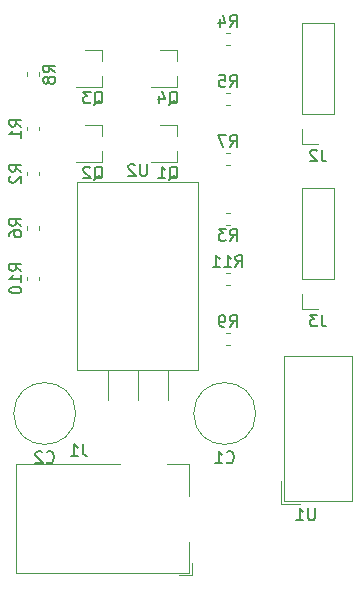
<source format=gbr>
G04 #@! TF.GenerationSoftware,KiCad,Pcbnew,5.1.3-ffb9f22~84~ubuntu16.04.1*
G04 #@! TF.CreationDate,2019-07-29T14:43:33+10:00*
G04 #@! TF.ProjectId,tankmon-pcb,74616e6b-6d6f-46e2-9d70-63622e6b6963,1a*
G04 #@! TF.SameCoordinates,Original*
G04 #@! TF.FileFunction,Legend,Bot*
G04 #@! TF.FilePolarity,Positive*
%FSLAX46Y46*%
G04 Gerber Fmt 4.6, Leading zero omitted, Abs format (unit mm)*
G04 Created by KiCad (PCBNEW 5.1.3-ffb9f22~84~ubuntu16.04.1) date 2019-07-29 14:43:33*
%MOMM*%
%LPD*%
G04 APERTURE LIST*
%ADD10C,0.120000*%
%ADD11C,0.150000*%
G04 APERTURE END LIST*
D10*
X142494000Y-107054000D02*
X142494000Y-109594000D01*
X145034000Y-107054000D02*
X145034000Y-109594000D01*
X147574000Y-107054000D02*
X147574000Y-109594000D01*
X139914000Y-91164000D02*
X139914000Y-107054000D01*
X150154000Y-91164000D02*
X150154000Y-107054000D01*
X150154000Y-91164000D02*
X139914000Y-91164000D01*
X150154000Y-107054000D02*
X139914000Y-107054000D01*
X157114000Y-118424000D02*
X158724000Y-118424000D01*
X157114000Y-118424000D02*
X157114000Y-116424000D01*
X157394000Y-105884000D02*
X157394000Y-118134000D01*
X163154000Y-105884000D02*
X157394000Y-105884000D01*
X163154000Y-118144000D02*
X163154000Y-105884000D01*
X157404000Y-118144000D02*
X163144000Y-118144000D01*
X152816779Y-99824000D02*
X152491221Y-99824000D01*
X152816779Y-98804000D02*
X152491221Y-98804000D01*
X136654000Y-99151221D02*
X136654000Y-99476779D01*
X135634000Y-99151221D02*
X135634000Y-99476779D01*
X152816779Y-104904000D02*
X152491221Y-104904000D01*
X152816779Y-103884000D02*
X152491221Y-103884000D01*
X135634000Y-82179279D02*
X135634000Y-81853721D01*
X136654000Y-82179279D02*
X136654000Y-81853721D01*
X152816779Y-89664000D02*
X152491221Y-89664000D01*
X152816779Y-88644000D02*
X152491221Y-88644000D01*
X136654000Y-94858721D02*
X136654000Y-95184279D01*
X135634000Y-94858721D02*
X135634000Y-95184279D01*
X152816779Y-84584000D02*
X152491221Y-84584000D01*
X152816779Y-83564000D02*
X152491221Y-83564000D01*
X152816779Y-79504000D02*
X152491221Y-79504000D01*
X152816779Y-78484000D02*
X152491221Y-78484000D01*
X152491221Y-93724000D02*
X152816779Y-93724000D01*
X152491221Y-94744000D02*
X152816779Y-94744000D01*
X136654000Y-90261221D02*
X136654000Y-90586779D01*
X135634000Y-90261221D02*
X135634000Y-90586779D01*
X136654000Y-86451221D02*
X136654000Y-86776779D01*
X135634000Y-86451221D02*
X135634000Y-86776779D01*
X148334000Y-79954000D02*
X146874000Y-79954000D01*
X148334000Y-83114000D02*
X146174000Y-83114000D01*
X148334000Y-83114000D02*
X148334000Y-82184000D01*
X148334000Y-79954000D02*
X148334000Y-80884000D01*
X141984000Y-79954000D02*
X140524000Y-79954000D01*
X141984000Y-83114000D02*
X139824000Y-83114000D01*
X141984000Y-83114000D02*
X141984000Y-82184000D01*
X141984000Y-79954000D02*
X141984000Y-80884000D01*
X141984000Y-86304000D02*
X140524000Y-86304000D01*
X141984000Y-89464000D02*
X139824000Y-89464000D01*
X141984000Y-89464000D02*
X141984000Y-88534000D01*
X141984000Y-86304000D02*
X141984000Y-87234000D01*
X148334000Y-86304000D02*
X146874000Y-86304000D01*
X148334000Y-89464000D02*
X146174000Y-89464000D01*
X148334000Y-89464000D02*
X148334000Y-88534000D01*
X148334000Y-86304000D02*
X148334000Y-87234000D01*
X158944000Y-101914000D02*
X160274000Y-101914000D01*
X158944000Y-100584000D02*
X158944000Y-101914000D01*
X158944000Y-99314000D02*
X161604000Y-99314000D01*
X161604000Y-99314000D02*
X161604000Y-91634000D01*
X158944000Y-99314000D02*
X158944000Y-91634000D01*
X158944000Y-91634000D02*
X161604000Y-91634000D01*
X158944000Y-87944000D02*
X160274000Y-87944000D01*
X158944000Y-86614000D02*
X158944000Y-87944000D01*
X158944000Y-85344000D02*
X161604000Y-85344000D01*
X161604000Y-85344000D02*
X161604000Y-77664000D01*
X158944000Y-85344000D02*
X158944000Y-77664000D01*
X158944000Y-77664000D02*
X161604000Y-77664000D01*
X149394000Y-124234000D02*
X149394000Y-121634000D01*
X134694000Y-124234000D02*
X149394000Y-124234000D01*
X149394000Y-115034000D02*
X147494000Y-115034000D01*
X149394000Y-117734000D02*
X149394000Y-115034000D01*
X134694000Y-115034000D02*
X134694000Y-124234000D01*
X143494000Y-115034000D02*
X134694000Y-115034000D01*
X148544000Y-124434000D02*
X149594000Y-124434000D01*
X149594000Y-123384000D02*
X149594000Y-124434000D01*
X139764000Y-110744000D02*
G75*
G03X139764000Y-110744000I-2620000J0D01*
G01*
X155004000Y-110744000D02*
G75*
G03X155004000Y-110744000I-2620000J0D01*
G01*
D11*
X145795904Y-89616380D02*
X145795904Y-90425904D01*
X145748285Y-90521142D01*
X145700666Y-90568761D01*
X145605428Y-90616380D01*
X145414952Y-90616380D01*
X145319714Y-90568761D01*
X145272095Y-90521142D01*
X145224476Y-90425904D01*
X145224476Y-89616380D01*
X144795904Y-89711619D02*
X144748285Y-89664000D01*
X144653047Y-89616380D01*
X144414952Y-89616380D01*
X144319714Y-89664000D01*
X144272095Y-89711619D01*
X144224476Y-89806857D01*
X144224476Y-89902095D01*
X144272095Y-90044952D01*
X144843523Y-90616380D01*
X144224476Y-90616380D01*
X160035904Y-118776380D02*
X160035904Y-119585904D01*
X159988285Y-119681142D01*
X159940666Y-119728761D01*
X159845428Y-119776380D01*
X159654952Y-119776380D01*
X159559714Y-119728761D01*
X159512095Y-119681142D01*
X159464476Y-119585904D01*
X159464476Y-118776380D01*
X158464476Y-119776380D02*
X159035904Y-119776380D01*
X158750190Y-119776380D02*
X158750190Y-118776380D01*
X158845428Y-118919238D01*
X158940666Y-119014476D01*
X159035904Y-119062095D01*
X153296857Y-98336380D02*
X153630190Y-97860190D01*
X153868285Y-98336380D02*
X153868285Y-97336380D01*
X153487333Y-97336380D01*
X153392095Y-97384000D01*
X153344476Y-97431619D01*
X153296857Y-97526857D01*
X153296857Y-97669714D01*
X153344476Y-97764952D01*
X153392095Y-97812571D01*
X153487333Y-97860190D01*
X153868285Y-97860190D01*
X152344476Y-98336380D02*
X152915904Y-98336380D01*
X152630190Y-98336380D02*
X152630190Y-97336380D01*
X152725428Y-97479238D01*
X152820666Y-97574476D01*
X152915904Y-97622095D01*
X151392095Y-98336380D02*
X151963523Y-98336380D01*
X151677809Y-98336380D02*
X151677809Y-97336380D01*
X151773047Y-97479238D01*
X151868285Y-97574476D01*
X151963523Y-97622095D01*
X135166380Y-98671142D02*
X134690190Y-98337809D01*
X135166380Y-98099714D02*
X134166380Y-98099714D01*
X134166380Y-98480666D01*
X134214000Y-98575904D01*
X134261619Y-98623523D01*
X134356857Y-98671142D01*
X134499714Y-98671142D01*
X134594952Y-98623523D01*
X134642571Y-98575904D01*
X134690190Y-98480666D01*
X134690190Y-98099714D01*
X135166380Y-99623523D02*
X135166380Y-99052095D01*
X135166380Y-99337809D02*
X134166380Y-99337809D01*
X134309238Y-99242571D01*
X134404476Y-99147333D01*
X134452095Y-99052095D01*
X134166380Y-100242571D02*
X134166380Y-100337809D01*
X134214000Y-100433047D01*
X134261619Y-100480666D01*
X134356857Y-100528285D01*
X134547333Y-100575904D01*
X134785428Y-100575904D01*
X134975904Y-100528285D01*
X135071142Y-100480666D01*
X135118761Y-100433047D01*
X135166380Y-100337809D01*
X135166380Y-100242571D01*
X135118761Y-100147333D01*
X135071142Y-100099714D01*
X134975904Y-100052095D01*
X134785428Y-100004476D01*
X134547333Y-100004476D01*
X134356857Y-100052095D01*
X134261619Y-100099714D01*
X134214000Y-100147333D01*
X134166380Y-100242571D01*
X152820666Y-103416380D02*
X153154000Y-102940190D01*
X153392095Y-103416380D02*
X153392095Y-102416380D01*
X153011142Y-102416380D01*
X152915904Y-102464000D01*
X152868285Y-102511619D01*
X152820666Y-102606857D01*
X152820666Y-102749714D01*
X152868285Y-102844952D01*
X152915904Y-102892571D01*
X153011142Y-102940190D01*
X153392095Y-102940190D01*
X152344476Y-103416380D02*
X152154000Y-103416380D01*
X152058761Y-103368761D01*
X152011142Y-103321142D01*
X151915904Y-103178285D01*
X151868285Y-102987809D01*
X151868285Y-102606857D01*
X151915904Y-102511619D01*
X151963523Y-102464000D01*
X152058761Y-102416380D01*
X152249238Y-102416380D01*
X152344476Y-102464000D01*
X152392095Y-102511619D01*
X152439714Y-102606857D01*
X152439714Y-102844952D01*
X152392095Y-102940190D01*
X152344476Y-102987809D01*
X152249238Y-103035428D01*
X152058761Y-103035428D01*
X151963523Y-102987809D01*
X151915904Y-102940190D01*
X151868285Y-102844952D01*
X138026380Y-81849833D02*
X137550190Y-81516500D01*
X138026380Y-81278404D02*
X137026380Y-81278404D01*
X137026380Y-81659357D01*
X137074000Y-81754595D01*
X137121619Y-81802214D01*
X137216857Y-81849833D01*
X137359714Y-81849833D01*
X137454952Y-81802214D01*
X137502571Y-81754595D01*
X137550190Y-81659357D01*
X137550190Y-81278404D01*
X137454952Y-82421261D02*
X137407333Y-82326023D01*
X137359714Y-82278404D01*
X137264476Y-82230785D01*
X137216857Y-82230785D01*
X137121619Y-82278404D01*
X137074000Y-82326023D01*
X137026380Y-82421261D01*
X137026380Y-82611738D01*
X137074000Y-82706976D01*
X137121619Y-82754595D01*
X137216857Y-82802214D01*
X137264476Y-82802214D01*
X137359714Y-82754595D01*
X137407333Y-82706976D01*
X137454952Y-82611738D01*
X137454952Y-82421261D01*
X137502571Y-82326023D01*
X137550190Y-82278404D01*
X137645428Y-82230785D01*
X137835904Y-82230785D01*
X137931142Y-82278404D01*
X137978761Y-82326023D01*
X138026380Y-82421261D01*
X138026380Y-82611738D01*
X137978761Y-82706976D01*
X137931142Y-82754595D01*
X137835904Y-82802214D01*
X137645428Y-82802214D01*
X137550190Y-82754595D01*
X137502571Y-82706976D01*
X137454952Y-82611738D01*
X152820666Y-88176380D02*
X153154000Y-87700190D01*
X153392095Y-88176380D02*
X153392095Y-87176380D01*
X153011142Y-87176380D01*
X152915904Y-87224000D01*
X152868285Y-87271619D01*
X152820666Y-87366857D01*
X152820666Y-87509714D01*
X152868285Y-87604952D01*
X152915904Y-87652571D01*
X153011142Y-87700190D01*
X153392095Y-87700190D01*
X152487333Y-87176380D02*
X151820666Y-87176380D01*
X152249238Y-88176380D01*
X135166380Y-94854833D02*
X134690190Y-94521500D01*
X135166380Y-94283404D02*
X134166380Y-94283404D01*
X134166380Y-94664357D01*
X134214000Y-94759595D01*
X134261619Y-94807214D01*
X134356857Y-94854833D01*
X134499714Y-94854833D01*
X134594952Y-94807214D01*
X134642571Y-94759595D01*
X134690190Y-94664357D01*
X134690190Y-94283404D01*
X134166380Y-95711976D02*
X134166380Y-95521500D01*
X134214000Y-95426261D01*
X134261619Y-95378642D01*
X134404476Y-95283404D01*
X134594952Y-95235785D01*
X134975904Y-95235785D01*
X135071142Y-95283404D01*
X135118761Y-95331023D01*
X135166380Y-95426261D01*
X135166380Y-95616738D01*
X135118761Y-95711976D01*
X135071142Y-95759595D01*
X134975904Y-95807214D01*
X134737809Y-95807214D01*
X134642571Y-95759595D01*
X134594952Y-95711976D01*
X134547333Y-95616738D01*
X134547333Y-95426261D01*
X134594952Y-95331023D01*
X134642571Y-95283404D01*
X134737809Y-95235785D01*
X152820666Y-83096380D02*
X153154000Y-82620190D01*
X153392095Y-83096380D02*
X153392095Y-82096380D01*
X153011142Y-82096380D01*
X152915904Y-82144000D01*
X152868285Y-82191619D01*
X152820666Y-82286857D01*
X152820666Y-82429714D01*
X152868285Y-82524952D01*
X152915904Y-82572571D01*
X153011142Y-82620190D01*
X153392095Y-82620190D01*
X151915904Y-82096380D02*
X152392095Y-82096380D01*
X152439714Y-82572571D01*
X152392095Y-82524952D01*
X152296857Y-82477333D01*
X152058761Y-82477333D01*
X151963523Y-82524952D01*
X151915904Y-82572571D01*
X151868285Y-82667809D01*
X151868285Y-82905904D01*
X151915904Y-83001142D01*
X151963523Y-83048761D01*
X152058761Y-83096380D01*
X152296857Y-83096380D01*
X152392095Y-83048761D01*
X152439714Y-83001142D01*
X152820666Y-78016380D02*
X153154000Y-77540190D01*
X153392095Y-78016380D02*
X153392095Y-77016380D01*
X153011142Y-77016380D01*
X152915904Y-77064000D01*
X152868285Y-77111619D01*
X152820666Y-77206857D01*
X152820666Y-77349714D01*
X152868285Y-77444952D01*
X152915904Y-77492571D01*
X153011142Y-77540190D01*
X153392095Y-77540190D01*
X151963523Y-77349714D02*
X151963523Y-78016380D01*
X152201619Y-76968761D02*
X152439714Y-77683047D01*
X151820666Y-77683047D01*
X152820666Y-96116380D02*
X153154000Y-95640190D01*
X153392095Y-96116380D02*
X153392095Y-95116380D01*
X153011142Y-95116380D01*
X152915904Y-95164000D01*
X152868285Y-95211619D01*
X152820666Y-95306857D01*
X152820666Y-95449714D01*
X152868285Y-95544952D01*
X152915904Y-95592571D01*
X153011142Y-95640190D01*
X153392095Y-95640190D01*
X152487333Y-95116380D02*
X151868285Y-95116380D01*
X152201619Y-95497333D01*
X152058761Y-95497333D01*
X151963523Y-95544952D01*
X151915904Y-95592571D01*
X151868285Y-95687809D01*
X151868285Y-95925904D01*
X151915904Y-96021142D01*
X151963523Y-96068761D01*
X152058761Y-96116380D01*
X152344476Y-96116380D01*
X152439714Y-96068761D01*
X152487333Y-96021142D01*
X135166380Y-90257333D02*
X134690190Y-89924000D01*
X135166380Y-89685904D02*
X134166380Y-89685904D01*
X134166380Y-90066857D01*
X134214000Y-90162095D01*
X134261619Y-90209714D01*
X134356857Y-90257333D01*
X134499714Y-90257333D01*
X134594952Y-90209714D01*
X134642571Y-90162095D01*
X134690190Y-90066857D01*
X134690190Y-89685904D01*
X134261619Y-90638285D02*
X134214000Y-90685904D01*
X134166380Y-90781142D01*
X134166380Y-91019238D01*
X134214000Y-91114476D01*
X134261619Y-91162095D01*
X134356857Y-91209714D01*
X134452095Y-91209714D01*
X134594952Y-91162095D01*
X135166380Y-90590666D01*
X135166380Y-91209714D01*
X135166380Y-86447333D02*
X134690190Y-86114000D01*
X135166380Y-85875904D02*
X134166380Y-85875904D01*
X134166380Y-86256857D01*
X134214000Y-86352095D01*
X134261619Y-86399714D01*
X134356857Y-86447333D01*
X134499714Y-86447333D01*
X134594952Y-86399714D01*
X134642571Y-86352095D01*
X134690190Y-86256857D01*
X134690190Y-85875904D01*
X135166380Y-87399714D02*
X135166380Y-86828285D01*
X135166380Y-87114000D02*
X134166380Y-87114000D01*
X134309238Y-87018761D01*
X134404476Y-86923523D01*
X134452095Y-86828285D01*
X147669238Y-84581619D02*
X147764476Y-84534000D01*
X147859714Y-84438761D01*
X148002571Y-84295904D01*
X148097809Y-84248285D01*
X148193047Y-84248285D01*
X148145428Y-84486380D02*
X148240666Y-84438761D01*
X148335904Y-84343523D01*
X148383523Y-84153047D01*
X148383523Y-83819714D01*
X148335904Y-83629238D01*
X148240666Y-83534000D01*
X148145428Y-83486380D01*
X147954952Y-83486380D01*
X147859714Y-83534000D01*
X147764476Y-83629238D01*
X147716857Y-83819714D01*
X147716857Y-84153047D01*
X147764476Y-84343523D01*
X147859714Y-84438761D01*
X147954952Y-84486380D01*
X148145428Y-84486380D01*
X146859714Y-83819714D02*
X146859714Y-84486380D01*
X147097809Y-83438761D02*
X147335904Y-84153047D01*
X146716857Y-84153047D01*
X141319238Y-84581619D02*
X141414476Y-84534000D01*
X141509714Y-84438761D01*
X141652571Y-84295904D01*
X141747809Y-84248285D01*
X141843047Y-84248285D01*
X141795428Y-84486380D02*
X141890666Y-84438761D01*
X141985904Y-84343523D01*
X142033523Y-84153047D01*
X142033523Y-83819714D01*
X141985904Y-83629238D01*
X141890666Y-83534000D01*
X141795428Y-83486380D01*
X141604952Y-83486380D01*
X141509714Y-83534000D01*
X141414476Y-83629238D01*
X141366857Y-83819714D01*
X141366857Y-84153047D01*
X141414476Y-84343523D01*
X141509714Y-84438761D01*
X141604952Y-84486380D01*
X141795428Y-84486380D01*
X141033523Y-83486380D02*
X140414476Y-83486380D01*
X140747809Y-83867333D01*
X140604952Y-83867333D01*
X140509714Y-83914952D01*
X140462095Y-83962571D01*
X140414476Y-84057809D01*
X140414476Y-84295904D01*
X140462095Y-84391142D01*
X140509714Y-84438761D01*
X140604952Y-84486380D01*
X140890666Y-84486380D01*
X140985904Y-84438761D01*
X141033523Y-84391142D01*
X141319238Y-90931619D02*
X141414476Y-90884000D01*
X141509714Y-90788761D01*
X141652571Y-90645904D01*
X141747809Y-90598285D01*
X141843047Y-90598285D01*
X141795428Y-90836380D02*
X141890666Y-90788761D01*
X141985904Y-90693523D01*
X142033523Y-90503047D01*
X142033523Y-90169714D01*
X141985904Y-89979238D01*
X141890666Y-89884000D01*
X141795428Y-89836380D01*
X141604952Y-89836380D01*
X141509714Y-89884000D01*
X141414476Y-89979238D01*
X141366857Y-90169714D01*
X141366857Y-90503047D01*
X141414476Y-90693523D01*
X141509714Y-90788761D01*
X141604952Y-90836380D01*
X141795428Y-90836380D01*
X140985904Y-89931619D02*
X140938285Y-89884000D01*
X140843047Y-89836380D01*
X140604952Y-89836380D01*
X140509714Y-89884000D01*
X140462095Y-89931619D01*
X140414476Y-90026857D01*
X140414476Y-90122095D01*
X140462095Y-90264952D01*
X141033523Y-90836380D01*
X140414476Y-90836380D01*
X147669238Y-90931619D02*
X147764476Y-90884000D01*
X147859714Y-90788761D01*
X148002571Y-90645904D01*
X148097809Y-90598285D01*
X148193047Y-90598285D01*
X148145428Y-90836380D02*
X148240666Y-90788761D01*
X148335904Y-90693523D01*
X148383523Y-90503047D01*
X148383523Y-90169714D01*
X148335904Y-89979238D01*
X148240666Y-89884000D01*
X148145428Y-89836380D01*
X147954952Y-89836380D01*
X147859714Y-89884000D01*
X147764476Y-89979238D01*
X147716857Y-90169714D01*
X147716857Y-90503047D01*
X147764476Y-90693523D01*
X147859714Y-90788761D01*
X147954952Y-90836380D01*
X148145428Y-90836380D01*
X146764476Y-90836380D02*
X147335904Y-90836380D01*
X147050190Y-90836380D02*
X147050190Y-89836380D01*
X147145428Y-89979238D01*
X147240666Y-90074476D01*
X147335904Y-90122095D01*
X160607333Y-102366380D02*
X160607333Y-103080666D01*
X160654952Y-103223523D01*
X160750190Y-103318761D01*
X160893047Y-103366380D01*
X160988285Y-103366380D01*
X160226380Y-102366380D02*
X159607333Y-102366380D01*
X159940666Y-102747333D01*
X159797809Y-102747333D01*
X159702571Y-102794952D01*
X159654952Y-102842571D01*
X159607333Y-102937809D01*
X159607333Y-103175904D01*
X159654952Y-103271142D01*
X159702571Y-103318761D01*
X159797809Y-103366380D01*
X160083523Y-103366380D01*
X160178761Y-103318761D01*
X160226380Y-103271142D01*
X160607333Y-88396380D02*
X160607333Y-89110666D01*
X160654952Y-89253523D01*
X160750190Y-89348761D01*
X160893047Y-89396380D01*
X160988285Y-89396380D01*
X160178761Y-88491619D02*
X160131142Y-88444000D01*
X160035904Y-88396380D01*
X159797809Y-88396380D01*
X159702571Y-88444000D01*
X159654952Y-88491619D01*
X159607333Y-88586857D01*
X159607333Y-88682095D01*
X159654952Y-88824952D01*
X160226380Y-89396380D01*
X159607333Y-89396380D01*
X140377333Y-113336380D02*
X140377333Y-114050666D01*
X140424952Y-114193523D01*
X140520190Y-114288761D01*
X140663047Y-114336380D01*
X140758285Y-114336380D01*
X139377333Y-114336380D02*
X139948761Y-114336380D01*
X139663047Y-114336380D02*
X139663047Y-113336380D01*
X139758285Y-113479238D01*
X139853523Y-113574476D01*
X139948761Y-113622095D01*
X137310666Y-114851142D02*
X137358285Y-114898761D01*
X137501142Y-114946380D01*
X137596380Y-114946380D01*
X137739238Y-114898761D01*
X137834476Y-114803523D01*
X137882095Y-114708285D01*
X137929714Y-114517809D01*
X137929714Y-114374952D01*
X137882095Y-114184476D01*
X137834476Y-114089238D01*
X137739238Y-113994000D01*
X137596380Y-113946380D01*
X137501142Y-113946380D01*
X137358285Y-113994000D01*
X137310666Y-114041619D01*
X136929714Y-114041619D02*
X136882095Y-113994000D01*
X136786857Y-113946380D01*
X136548761Y-113946380D01*
X136453523Y-113994000D01*
X136405904Y-114041619D01*
X136358285Y-114136857D01*
X136358285Y-114232095D01*
X136405904Y-114374952D01*
X136977333Y-114946380D01*
X136358285Y-114946380D01*
X152550666Y-114851142D02*
X152598285Y-114898761D01*
X152741142Y-114946380D01*
X152836380Y-114946380D01*
X152979238Y-114898761D01*
X153074476Y-114803523D01*
X153122095Y-114708285D01*
X153169714Y-114517809D01*
X153169714Y-114374952D01*
X153122095Y-114184476D01*
X153074476Y-114089238D01*
X152979238Y-113994000D01*
X152836380Y-113946380D01*
X152741142Y-113946380D01*
X152598285Y-113994000D01*
X152550666Y-114041619D01*
X151598285Y-114946380D02*
X152169714Y-114946380D01*
X151884000Y-114946380D02*
X151884000Y-113946380D01*
X151979238Y-114089238D01*
X152074476Y-114184476D01*
X152169714Y-114232095D01*
M02*

</source>
